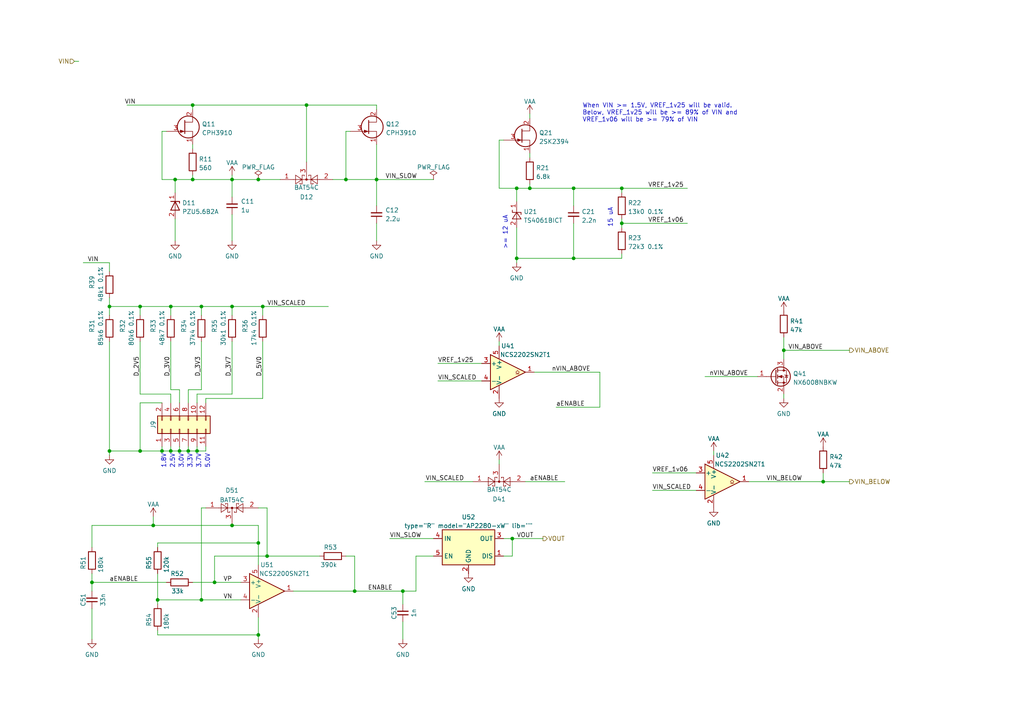
<source format=kicad_sch>
(kicad_sch (version 20211123) (generator eeschema)
  (paper "A4")
  (lib_symbols
    (symbol "AA-OSA-Basic:2SK2394" (pin_names (offset 0) hide)
      (property "Reference" "Q" (at 5.08 1.27 0))
      (property "Value" "2SK2394" (at 5.08 -1.27 0))
      (symbol "2SK2394_0_1"
        (polyline (pts (xy 0.254 1.905) (xy 0.254 -1.905) (xy 0.254 -1.905)) (stroke (width 0.254)))
        (polyline (pts (xy 2.54 -2.54) (xy 2.54 -1.27) (xy 0.254 -1.27)))
        (polyline (pts (xy 2.54 2.54) (xy 2.54 1.397) (xy 0.254 1.397)))
        (polyline (pts (xy 0 -1.27) (xy -1.016 -0.889) (xy -1.016 -1.651) (xy 0 -1.27)) (fill (type outline)))
        (circle (center 1.27 0) (radius 3.175) (stroke (width 0.254)))
      )
      (symbol "2SK2394_1_1"
        (pin passive line (at 2.54 -5.08 90) (length 2.54) (name "S") (number "1"))
        (pin passive line (at 2.54 5.08 270) (length 2.54) (name "D") (number "2"))
        (pin input line (at -5.08 -1.27 0) (length 5.334) (name "G") (number "3"))
      )
    )
    (symbol "AA-OSA-Basic:BAT54C" (pin_names (offset 1.016))
      (property "Reference" "D" (at 0.635 -3.81 0))
      (property "Value" "BAT54C" (at -6.35 3.175 0))
      (symbol "BAT54C_0_1"
        (polyline (pts (xy -1.905 0) (xy 1.905 0)))
        (polyline (pts (xy -1.905 1.27) (xy -1.905 1.016)))
        (polyline (pts (xy -1.27 -1.27) (xy -0.635 -1.27)))
        (polyline (pts (xy -1.27 0) (xy -3.81 0)))
        (polyline (pts (xy -1.27 1.27) (xy -1.905 1.27)))
        (polyline (pts (xy -1.27 1.27) (xy -1.27 -1.27)))
        (polyline (pts (xy -0.635 -1.27) (xy -0.635 -1.016)))
        (polyline (pts (xy 0.635 -1.27) (xy 0.635 -1.016)))
        (polyline (pts (xy 1.27 -1.27) (xy 0.635 -1.27)))
        (polyline (pts (xy 1.27 1.27) (xy 1.27 -1.27)))
        (polyline (pts (xy 1.27 1.27) (xy 1.905 1.27)))
        (polyline (pts (xy 1.905 1.27) (xy 1.905 1.016)))
        (polyline (pts (xy 3.81 0) (xy 1.27 0)))
        (polyline (pts (xy -3.175 -1.27) (xy -3.175 1.27) (xy -1.27 0) (xy -3.175 -1.27)))
        (polyline (pts (xy 3.175 -1.27) (xy 3.175 1.27) (xy 1.27 0) (xy 3.175 -1.27)))
        (circle (center 0 0) (radius 0.254) (fill (type outline)))
      )
      (symbol "BAT54C_1_1"
        (pin passive line (at -7.62 0 0) (length 3.81) (name "~") (number "1"))
        (pin passive line (at 7.62 0 180) (length 3.81) (name "~") (number "2"))
        (pin passive line (at 0 -5.08 90) (length 5.08) (name "~") (number "3"))
      )
    )
    (symbol "AA-OSA-Basic:CPH3910" (pin_names (offset 0) hide)
      (property "Reference" "Q" (at 5.08 1.27 0))
      (property "Value" "CPH3910" (at 5.08 -1.27 0))
      (symbol "CPH3910_0_1"
        (polyline (pts (xy 0.254 1.905) (xy 0.254 -1.905) (xy 0.254 -1.905)) (stroke (width 0.254)))
        (polyline (pts (xy 2.54 -2.54) (xy 2.54 -1.27) (xy 0.254 -1.27)))
        (polyline (pts (xy 2.54 2.54) (xy 2.54 1.397) (xy 0.254 1.397)))
        (polyline (pts (xy 0 -1.27) (xy -1.016 -0.889) (xy -1.016 -1.651) (xy 0 -1.27)) (fill (type outline)))
        (circle (center 1.27 0) (radius 3.175) (stroke (width 0.254)))
      )
      (symbol "CPH3910_1_1"
        (pin passive line (at 2.54 -5.08 90) (length 2.54) (name "S") (number "1"))
        (pin passive line (at 2.54 5.08 270) (length 2.54) (name "D") (number "2"))
        (pin input line (at -5.08 -1.27 0) (length 5.334) (name "G") (number "3"))
      )
    )
    (symbol "AA-OSA-Basic:NX6008NBKW" (pin_names hide)
      (property "Reference" "Q" (at 5.08 1.905 0))
      (property "Value" "NX6008NBKW" (at 5.08 0 0))
      (symbol "NX6008NBKW_0_1"
        (polyline (pts (xy 0.254 0) (xy -2.54 0)))
        (polyline (pts (xy 0.254 1.905) (xy 0.254 -1.905)) (stroke (width 0.254)))
        (polyline (pts (xy 0.762 -1.27) (xy 0.762 -2.286)) (stroke (width 0.254)))
        (polyline (pts (xy 0.762 0.508) (xy 0.762 -0.508)) (stroke (width 0.254)))
        (polyline (pts (xy 0.762 2.286) (xy 0.762 1.27)) (stroke (width 0.254)))
        (polyline (pts (xy 2.54 2.54) (xy 2.54 1.778)))
        (polyline (pts (xy 2.54 -2.54) (xy 2.54 0) (xy 0.762 0)))
        (polyline (pts (xy 0.762 -1.778) (xy 3.302 -1.778) (xy 3.302 1.778) (xy 0.762 1.778)))
        (polyline (pts (xy 1.016 0) (xy 2.032 0.381) (xy 2.032 -0.381) (xy 1.016 0)) (fill (type outline)))
        (polyline (pts (xy 2.794 0.508) (xy 2.921 0.381) (xy 3.683 0.381) (xy 3.81 0.254)))
        (polyline (pts (xy 3.302 0.381) (xy 2.921 -0.254) (xy 3.683 -0.254) (xy 3.302 0.381)))
        (circle (center 1.651 0) (radius 2.794) (stroke (width 0.254)))
        (circle (center 2.54 -1.778) (radius 0.254) (fill (type outline)))
        (circle (center 2.54 1.778) (radius 0.254) (fill (type outline)))
      )
      (symbol "NX6008NBKW_1_1"
        (pin input line (at -5.08 0 0) (length 2.54) (name "G") (number "1"))
        (pin passive line (at 2.54 -5.08 90) (length 2.54) (name "S") (number "2"))
        (pin passive line (at 2.54 5.08 270) (length 2.54) (name "D") (number "3"))
      )
    )
    (symbol "AA-OSA-Basic:Zener_SOD323" (pin_names (offset 1.016) hide)
      (property "Reference" "D" (at 0 2.54 0))
      (property "Value" "Zener_SOD323" (at 0 -2.54 0))
      (symbol "Zener_SOD323_0_1"
        (polyline (pts (xy 1.27 0) (xy -1.27 0)))
        (polyline (pts (xy -1.27 -1.27) (xy -1.27 1.27) (xy -0.762 1.27)) (stroke (width 0.254)))
        (polyline (pts (xy 1.27 -1.27) (xy 1.27 1.27) (xy -1.27 0) (xy 1.27 -1.27)) (stroke (width 0.254)))
      )
      (symbol "Zener_SOD323_1_1"
        (pin passive line (at -3.81 0 0) (length 2.54) (name "K") (number "1"))
        (pin passive line (at 3.81 0 180) (length 2.54) (name "A") (number "2"))
      )
    )
    (symbol "AA-OSA-Linear:NCS2200SN2T1" (pin_names (offset 0.127))
      (property "Reference" "U" (at 1.27 5.08 0))
      (property "Value" "NCS2200SN2T1" (at 3.81 -5.08 0))
      (symbol "NCS2200SN2T1_0_1"
        (polyline (pts (xy -5.08 5.08) (xy 5.08 0) (xy -5.08 -5.08) (xy -5.08 5.08)) (stroke (width 0.254)) (fill (type background)))
      )
      (symbol "NCS2200SN2T1_1_1"
        (pin open_collector line (at 7.62 0 180) (length 2.54) (name "~") (number "1"))
        (pin power_in line (at -2.54 -7.62 90) (length 3.81) (name "V-") (number "2"))
        (pin input line (at -7.62 2.54 0) (length 2.54) (name "+") (number "3"))
        (pin input line (at -7.62 -2.54 0) (length 2.54) (name "-") (number "4"))
        (pin power_in line (at -2.54 7.62 270) (length 3.81) (name "V+") (number "5"))
      )
    )
    (symbol "AA-OSA-Linear:NCS2202SN2T1" (pin_names (offset 0.127))
      (property "Reference" "U" (at 1.27 5.08 0))
      (property "Value" "NCS2202SN2T1" (at 3.81 -5.08 0))
      (symbol "NCS2202SN2T1_0_1"
        (polyline (pts (xy -5.08 5.08) (xy 5.08 0) (xy -5.08 -5.08) (xy -5.08 5.08)) (stroke (width 0.254)) (fill (type background)))
        (polyline (pts (xy 3.302 -0.508) (xy 2.794 -0.508) (xy 3.302 0) (xy 2.794 0.508) (xy 2.286 0) (xy 2.794 -0.508) (xy 2.286 -0.508)) (stroke (width 0.127)))
      )
      (symbol "NCS2202SN2T1_1_1"
        (pin open_collector line (at 7.62 0 180) (length 2.54) (name "~") (number "1"))
        (pin power_in line (at -2.54 -7.62 90) (length 3.81) (name "V-") (number "2"))
        (pin input line (at -7.62 2.54 0) (length 2.54) (name "+") (number "3"))
        (pin input line (at -7.62 -2.54 0) (length 2.54) (name "-") (number "4"))
        (pin power_in line (at -2.54 7.62 270) (length 3.81) (name "V+") (number "5"))
      )
    )
    (symbol "AA-OSA-Linear:TS4061BICT" (pin_names (offset 0.0254) hide)
      (property "Reference" "U" (at 0 2.54 0))
      (property "Value" "TS4061BICT" (at 0 -3.175 0))
      (symbol "TS4061BICT_0_1"
        (polyline (pts (xy -1.27 0) (xy 0 0) (xy 1.27 0)))
        (polyline (pts (xy -1.27 -1.27) (xy 0.635 0) (xy -1.27 1.27) (xy -1.27 -1.27)) (stroke (width 0.2032)))
        (polyline (pts (xy 0 -1.27) (xy 0.635 -1.27) (xy 0.635 1.27) (xy 1.27 1.27)) (stroke (width 0.2032)))
      )
      (symbol "TS4061BICT_1_1"
        (pin passive line (at 3.81 0 180) (length 2.54) (name "K") (number "1"))
        (pin passive line (at -3.81 0 0) (length 2.54) (name "A") (number "2"))
        (pin no_connect line (at -1.27 2.54 270) (length 2.54) hide (name "NC") (number "3"))
      )
    )
    (symbol "AA-OSA-Power:AP2280-xW"
      (property "Reference" "U" (at -7.62 -6.35 0))
      (property "Value" "AP2280-xW" (at -7.62 6.35 0))
      (symbol "AP2280-xW_0_1"
        (rectangle (start -7.62 5.08) (end 7.62 -5.08) (stroke (width 0.254)) (fill (type background)))
      )
      (symbol "AP2280-xW_1_1"
        (pin open_collector line (at 10.16 -2.54 180) (length 2.54) (name "DIS") (number "1"))
        (pin power_in line (at 0 -7.62 90) (length 2.54) (name "GND") (number "2"))
        (pin power_out line (at 10.16 2.54 180) (length 2.54) (name "OUT") (number "3"))
        (pin power_in line (at -10.16 2.54 0) (length 2.54) (name "IN") (number "4"))
        (pin input line (at -10.16 -2.54 0) (length 2.54) (name "EN") (number "5"))
      )
    )
    (symbol "Connector_Generic:Conn_02x06_Odd_Even" (pin_names (offset 1.016) hide)
      (property "Reference" "J" (at 1.27 7.62 0))
      (property "Value" "Conn_02x06_Odd_Even" (at 1.27 -10.16 0))
      (symbol "Conn_02x06_Odd_Even_1_1"
        (rectangle (start -1.27 -7.493) (end 0 -7.747) (stroke (width 0.1524)))
        (rectangle (start -1.27 -4.953) (end 0 -5.207) (stroke (width 0.1524)))
        (rectangle (start -1.27 -2.413) (end 0 -2.667) (stroke (width 0.1524)))
        (rectangle (start -1.27 0.127) (end 0 -0.127) (stroke (width 0.1524)))
        (rectangle (start -1.27 2.667) (end 0 2.413) (stroke (width 0.1524)))
        (rectangle (start -1.27 5.207) (end 0 4.953) (stroke (width 0.1524)))
        (rectangle (start -1.27 6.35) (end 3.81 -8.89) (stroke (width 0.254)) (fill (type background)))
        (rectangle (start 3.81 -7.493) (end 2.54 -7.747) (stroke (width 0.1524)))
        (rectangle (start 3.81 -4.953) (end 2.54 -5.207) (stroke (width 0.1524)))
        (rectangle (start 3.81 -2.413) (end 2.54 -2.667) (stroke (width 0.1524)))
        (rectangle (start 3.81 0.127) (end 2.54 -0.127) (stroke (width 0.1524)))
        (rectangle (start 3.81 2.667) (end 2.54 2.413) (stroke (width 0.1524)))
        (rectangle (start 3.81 5.207) (end 2.54 4.953) (stroke (width 0.1524)))
        (pin passive line (at -5.08 5.08 0) (length 3.81) (name "Pin_1") (number "1"))
        (pin passive line (at 7.62 -5.08 180) (length 3.81) (name "Pin_10") (number "10"))
        (pin passive line (at -5.08 -7.62 0) (length 3.81) (name "Pin_11") (number "11"))
        (pin passive line (at 7.62 -7.62 180) (length 3.81) (name "Pin_12") (number "12"))
        (pin passive line (at 7.62 5.08 180) (length 3.81) (name "Pin_2") (number "2"))
        (pin passive line (at -5.08 2.54 0) (length 3.81) (name "Pin_3") (number "3"))
        (pin passive line (at 7.62 2.54 180) (length 3.81) (name "Pin_4") (number "4"))
        (pin passive line (at -5.08 0 0) (length 3.81) (name "Pin_5") (number "5"))
        (pin passive line (at 7.62 0 180) (length 3.81) (name "Pin_6") (number "6"))
        (pin passive line (at -5.08 -2.54 0) (length 3.81) (name "Pin_7") (number "7"))
        (pin passive line (at 7.62 -2.54 180) (length 3.81) (name "Pin_8") (number "8"))
        (pin passive line (at -5.08 -5.08 0) (length 3.81) (name "Pin_9") (number "9"))
      )
    )
    (symbol "Device:C_Small" (pin_numbers hide) (pin_names (offset 0.254) hide)
      (property "Reference" "C" (at 0.254 1.778 0))
      (property "Value" "C_Small" (at 0.254 -2.032 0))
      (symbol "C_Small_0_1"
        (polyline (pts (xy -1.524 -0.508) (xy 1.524 -0.508)) (stroke (width 0.3302)))
        (polyline (pts (xy -1.524 0.508) (xy 1.524 0.508)) (stroke (width 0.3048)))
      )
      (symbol "C_Small_1_1"
        (pin passive line (at 0 2.54 270) (length 2.032) (name "~") (number "1"))
        (pin passive line (at 0 -2.54 90) (length 2.032) (name "~") (number "2"))
      )
    )
    (symbol "Device:R" (pin_numbers hide) (pin_names (offset 0))
      (property "Reference" "R" (at 2.032 0 90))
      (property "Value" "R" (at 0 0 90))
      (symbol "R_0_1"
        (rectangle (start -1.016 -2.54) (end 1.016 2.54) (stroke (width 0.254)))
      )
      (symbol "R_1_1"
        (pin passive line (at 0 3.81 270) (length 1.27) (name "~") (number "1"))
        (pin passive line (at 0 -3.81 90) (length 1.27) (name "~") (number "2"))
      )
    )
    (symbol "power:GND" (power) (pin_names (offset 0))
      (property "Value" "GND" (at 0 -3.81 0))
      (symbol "GND_0_1"
        (polyline (pts (xy 0 0) (xy 0 -1.27) (xy 1.27 -1.27) (xy 0 -2.54) (xy -1.27 -1.27) (xy 0 -1.27)))
      )
      (symbol "GND_1_1"
        (pin power_in line (at 0 0 270) (length 0) hide (name "GND") (number "1"))
      )
    )
    (symbol "power:PWR_FLAG" (power) (pin_numbers hide) (pin_names (offset 0) hide)
      (property "Value" "PWR_FLAG" (at 0 3.81 0))
      (symbol "PWR_FLAG_0_0"
        (pin power_out line (at 0 0 90) (length 0) (name "pwr") (number "1"))
      )
      (symbol "PWR_FLAG_0_1"
        (polyline (pts (xy 0 0) (xy 0 1.27) (xy -1.016 1.905) (xy 0 2.54) (xy 1.016 1.905) (xy 0 1.27)))
      )
    )
    (symbol "power:VAA" (power) (pin_names (offset 0))
      (property "Value" "VAA" (at 0 3.81 0))
      (symbol "VAA_0_1"
        (polyline (pts (xy -0.762 1.27) (xy 0 2.54)))
        (polyline (pts (xy 0 0) (xy 0 2.54)))
        (polyline (pts (xy 0 2.54) (xy 0.762 1.27)))
      )
      (symbol "VAA_1_1"
        (pin power_in line (at 0 0 90) (length 0) hide (name "VAA") (number "1"))
      )
    )
  )
  (junction (at 67.31 88.9))
  (junction (at 58.42 88.9))
  (junction (at 58.42 173.99))
  (junction (at 88.9 30.48))
  (junction (at 55.88 30.48))
  (junction (at 100.33 52.07))
  (junction (at 40.64 88.9))
  (junction (at 238.76 139.7))
  (junction (at 40.64 130.81))
  (junction (at 62.23 168.91))
  (junction (at 180.34 54.61))
  (junction (at 49.53 130.81))
  (junction (at 46.99 130.81))
  (junction (at 57.15 130.81))
  (junction (at 44.45 152.4))
  (junction (at 31.75 88.9))
  (junction (at 55.88 52.07))
  (junction (at 227.33 101.6))
  (junction (at 54.61 130.81))
  (junction (at 76.2 88.9))
  (junction (at 180.34 64.77))
  (junction (at 31.75 130.81))
  (junction (at 149.86 74.93))
  (junction (at 102.87 171.45))
  (junction (at 149.86 54.61))
  (junction (at 74.93 184.15))
  (junction (at 166.37 74.93))
  (junction (at 52.07 130.81))
  (junction (at 153.67 54.61))
  (junction (at 50.8 52.07))
  (junction (at 74.93 157.48))
  (junction (at 67.31 52.07))
  (junction (at 77.47 161.29))
  (junction (at 45.72 173.99))
  (junction (at 74.93 52.07))
  (junction (at 166.37 54.61))
  (junction (at 116.84 171.45))
  (junction (at 26.67 168.91))
  (junction (at 49.53 88.9))
  (junction (at 67.31 152.4))
  (junction (at 148.59 156.21))
  (junction (at 109.22 52.07))
  (wire (pts (xy 149.86 66.04) (xy 149.86 74.93)))
  (wire (pts (xy 55.88 52.07) (xy 67.31 52.07)))
  (wire (pts (xy 109.22 52.07) (xy 125.73 52.07)))
  (wire (pts (xy 113.03 156.21) (xy 125.73 156.21)))
  (wire (pts (xy 50.8 52.07) (xy 50.8 55.88)))
  (wire (pts (xy 57.15 114.3) (xy 67.31 114.3)))
  (wire (pts (xy 31.75 78.74) (xy 31.75 76.2)))
  (wire (pts (xy 45.72 166.37) (xy 45.72 173.99)))
  (wire (pts (xy 153.67 53.34) (xy 153.67 54.61)))
  (wire (pts (xy 31.75 130.81) (xy 40.64 130.81)))
  (wire (pts (xy 26.67 152.4) (xy 26.67 158.75)))
  (wire (pts (xy 45.72 173.99) (xy 45.72 175.26)))
  (wire (pts (xy 116.84 171.45) (xy 120.65 171.45)))
  (wire (pts (xy 85.09 171.45) (xy 102.87 171.45)))
  (wire (pts (xy 102.87 171.45) (xy 116.84 171.45)))
  (wire (pts (xy 100.33 52.07) (xy 109.22 52.07)))
  (wire (pts (xy 77.47 147.32) (xy 74.93 147.32)))
  (wire (pts (xy 180.34 73.66) (xy 180.34 74.93)))
  (wire (pts (xy 74.93 185.42) (xy 74.93 184.15)))
  (wire (pts (xy 46.99 38.1) (xy 46.99 52.07)))
  (wire (pts (xy 40.64 116.84) (xy 40.64 130.81)))
  (wire (pts (xy 26.67 166.37) (xy 26.67 168.91)))
  (wire (pts (xy 40.64 88.9) (xy 49.53 88.9)))
  (wire (pts (xy 100.33 161.29) (xy 102.87 161.29)))
  (wire (pts (xy 180.34 64.77) (xy 199.39 64.77)))
  (wire (pts (xy 166.37 74.93) (xy 180.34 74.93)))
  (wire (pts (xy 54.61 113.03) (xy 58.42 113.03)))
  (wire (pts (xy 76.2 115.57) (xy 76.2 99.06)))
  (wire (pts (xy 204.47 109.22) (xy 219.71 109.22)))
  (wire (pts (xy 40.64 99.06) (xy 40.64 114.3)))
  (wire (pts (xy 146.05 161.29) (xy 148.59 161.29)))
  (wire (pts (xy 238.76 137.16) (xy 238.76 139.7)))
  (wire (pts (xy 74.93 157.48) (xy 74.93 163.83)))
  (wire (pts (xy 76.2 88.9) (xy 95.25 88.9)))
  (wire (pts (xy 166.37 64.77) (xy 166.37 74.93)))
  (wire (pts (xy 127 110.49) (xy 139.7 110.49)))
  (wire (pts (xy 148.59 156.21) (xy 148.59 161.29)))
  (wire (pts (xy 180.34 63.5) (xy 180.34 64.77)))
  (wire (pts (xy 120.65 171.45) (xy 120.65 161.29)))
  (wire (pts (xy 49.53 130.81) (xy 46.99 130.81)))
  (wire (pts (xy 161.29 118.11) (xy 173.99 118.11)))
  (wire (pts (xy 40.64 130.81) (xy 46.99 130.81)))
  (wire (pts (xy 31.75 88.9) (xy 31.75 91.44)))
  (wire (pts (xy 58.42 88.9) (xy 58.42 91.44)))
  (wire (pts (xy 77.47 147.32) (xy 77.47 161.29)))
  (wire (pts (xy 52.07 113.03) (xy 52.07 116.84)))
  (wire (pts (xy 144.78 99.06) (xy 144.78 100.33)))
  (wire (pts (xy 24.13 76.2) (xy 31.75 76.2)))
  (wire (pts (xy 40.64 88.9) (xy 40.64 91.44)))
  (wire (pts (xy 67.31 152.4) (xy 74.93 152.4)))
  (wire (pts (xy 55.88 50.8) (xy 55.88 52.07)))
  (wire (pts (xy 116.84 185.42) (xy 116.84 180.34)))
  (wire (pts (xy 49.53 88.9) (xy 49.53 91.44)))
  (wire (pts (xy 59.69 115.57) (xy 76.2 115.57)))
  (wire (pts (xy 58.42 147.32) (xy 59.69 147.32)))
  (wire (pts (xy 54.61 130.81) (xy 52.07 130.81)))
  (wire (pts (xy 59.69 116.84) (xy 59.69 115.57)))
  (wire (pts (xy 40.64 114.3) (xy 49.53 114.3)))
  (wire (pts (xy 57.15 130.81) (xy 54.61 130.81)))
  (wire (pts (xy 55.88 41.91) (xy 55.88 43.18)))
  (wire (pts (xy 146.05 156.21) (xy 148.59 156.21)))
  (wire (pts (xy 227.33 97.79) (xy 227.33 101.6)))
  (wire (pts (xy 45.72 158.75) (xy 45.72 157.48)))
  (wire (pts (xy 54.61 116.84) (xy 54.61 113.03)))
  (wire (pts (xy 120.65 161.29) (xy 125.73 161.29)))
  (wire (pts (xy 44.45 152.4) (xy 67.31 152.4)))
  (wire (pts (xy 109.22 31.75) (xy 109.22 30.48)))
  (wire (pts (xy 58.42 88.9) (xy 67.31 88.9)))
  (wire (pts (xy 109.22 52.07) (xy 109.22 59.69)))
  (wire (pts (xy 127 105.41) (xy 139.7 105.41)))
  (wire (pts (xy 55.88 30.48) (xy 88.9 30.48)))
  (wire (pts (xy 149.86 74.93) (xy 149.86 76.2)))
  (wire (pts (xy 46.99 130.81) (xy 46.99 129.54)))
  (wire (pts (xy 81.28 52.07) (xy 74.93 52.07)))
  (wire (pts (xy 55.88 30.48) (xy 55.88 31.75)))
  (wire (pts (xy 180.34 64.77) (xy 180.34 66.04)))
  (wire (pts (xy 62.23 161.29) (xy 77.47 161.29)))
  (wire (pts (xy 52.07 130.81) (xy 49.53 130.81)))
  (wire (pts (xy 46.99 116.84) (xy 40.64 116.84)))
  (wire (pts (xy 45.72 182.88) (xy 45.72 184.15)))
  (wire (pts (xy 36.83 30.48) (xy 55.88 30.48)))
  (wire (pts (xy 26.67 152.4) (xy 44.45 152.4)))
  (wire (pts (xy 144.78 133.35) (xy 144.78 134.62)))
  (wire (pts (xy 26.67 168.91) (xy 26.67 171.45)))
  (wire (pts (xy 149.86 54.61) (xy 149.86 58.42)))
  (wire (pts (xy 59.69 130.81) (xy 57.15 130.81)))
  (wire (pts (xy 77.47 161.29) (xy 92.71 161.29)))
  (wire (pts (xy 44.45 149.86) (xy 44.45 152.4)))
  (wire (pts (xy 109.22 41.91) (xy 109.22 52.07)))
  (wire (pts (xy 116.84 171.45) (xy 116.84 175.26)))
  (wire (pts (xy 88.9 46.99) (xy 88.9 30.48)))
  (wire (pts (xy 59.69 129.54) (xy 59.69 130.81)))
  (wire (pts (xy 31.75 86.36) (xy 31.75 88.9)))
  (wire (pts (xy 31.75 88.9) (xy 40.64 88.9)))
  (wire (pts (xy 152.4 139.7) (xy 163.83 139.7)))
  (wire (pts (xy 67.31 52.07) (xy 67.31 57.15)))
  (wire (pts (xy 52.07 129.54) (xy 52.07 130.81)))
  (wire (pts (xy 149.86 54.61) (xy 153.67 54.61)))
  (wire (pts (xy 31.75 130.81) (xy 31.75 132.08)))
  (wire (pts (xy 144.78 54.61) (xy 149.86 54.61)))
  (wire (pts (xy 49.53 116.84) (xy 49.53 114.3)))
  (wire (pts (xy 67.31 52.07) (xy 67.31 50.8)))
  (wire (pts (xy 154.94 107.95) (xy 173.99 107.95)))
  (wire (pts (xy 26.67 185.42) (xy 26.67 176.53)))
  (wire (pts (xy 207.01 130.81) (xy 207.01 132.08)))
  (wire (pts (xy 144.78 40.64) (xy 146.05 40.64)))
  (wire (pts (xy 58.42 113.03) (xy 58.42 99.06)))
  (wire (pts (xy 227.33 115.57) (xy 227.33 114.3)))
  (wire (pts (xy 149.86 74.93) (xy 166.37 74.93)))
  (wire (pts (xy 74.93 179.07) (xy 74.93 184.15)))
  (wire (pts (xy 96.52 52.07) (xy 100.33 52.07)))
  (wire (pts (xy 49.53 113.03) (xy 52.07 113.03)))
  (wire (pts (xy 123.19 139.7) (xy 137.16 139.7)))
  (wire (pts (xy 189.23 137.16) (xy 201.93 137.16)))
  (wire (pts (xy 50.8 52.07) (xy 55.88 52.07)))
  (wire (pts (xy 180.34 54.61) (xy 199.39 54.61)))
  (wire (pts (xy 45.72 173.99) (xy 58.42 173.99)))
  (wire (pts (xy 148.59 156.21) (xy 157.48 156.21)))
  (wire (pts (xy 153.67 33.02) (xy 153.67 34.29)))
  (wire (pts (xy 88.9 30.48) (xy 109.22 30.48)))
  (wire (pts (xy 76.2 88.9) (xy 76.2 91.44)))
  (wire (pts (xy 67.31 88.9) (xy 67.31 91.44)))
  (wire (pts (xy 55.88 168.91) (xy 62.23 168.91)))
  (wire (pts (xy 50.8 69.85) (xy 50.8 63.5)))
  (wire (pts (xy 180.34 54.61) (xy 180.34 55.88)))
  (wire (pts (xy 49.53 99.06) (xy 49.53 113.03)))
  (wire (pts (xy 62.23 161.29) (xy 62.23 168.91)))
  (wire (pts (xy 58.42 173.99) (xy 69.85 173.99)))
  (wire (pts (xy 238.76 139.7) (xy 246.38 139.7)))
  (wire (pts (xy 62.23 168.91) (xy 69.85 168.91)))
  (wire (pts (xy 227.33 101.6) (xy 227.33 104.14)))
  (wire (pts (xy 166.37 54.61) (xy 166.37 59.69)))
  (wire (pts (xy 74.93 152.4) (xy 74.93 157.48)))
  (wire (pts (xy 227.33 101.6) (xy 246.38 101.6)))
  (wire (pts (xy 26.67 168.91) (xy 48.26 168.91)))
  (wire (pts (xy 21.59 17.78) (xy 22.86 17.78)))
  (wire (pts (xy 67.31 88.9) (xy 76.2 88.9)))
  (wire (pts (xy 57.15 129.54) (xy 57.15 130.81)))
  (wire (pts (xy 100.33 38.1) (xy 101.6 38.1)))
  (wire (pts (xy 166.37 54.61) (xy 180.34 54.61)))
  (wire (pts (xy 74.93 52.07) (xy 67.31 52.07)))
  (wire (pts (xy 217.17 139.7) (xy 238.76 139.7)))
  (wire (pts (xy 67.31 69.85) (xy 67.31 62.23)))
  (wire (pts (xy 31.75 99.06) (xy 31.75 130.81)))
  (wire (pts (xy 58.42 147.32) (xy 58.42 173.99)))
  (wire (pts (xy 173.99 107.95) (xy 173.99 118.11)))
  (wire (pts (xy 144.78 40.64) (xy 144.78 54.61)))
  (wire (pts (xy 46.99 38.1) (xy 48.26 38.1)))
  (wire (pts (xy 153.67 54.61) (xy 166.37 54.61)))
  (wire (pts (xy 109.22 64.77) (xy 109.22 69.85)))
  (wire (pts (xy 46.99 52.07) (xy 50.8 52.07)))
  (wire (pts (xy 45.72 157.48) (xy 74.93 157.48)))
  (wire (pts (xy 153.67 44.45) (xy 153.67 45.72)))
  (wire (pts (xy 49.53 129.54) (xy 49.53 130.81)))
  (wire (pts (xy 67.31 114.3) (xy 67.31 99.06)))
  (wire (pts (xy 189.23 142.24) (xy 201.93 142.24)))
  (wire (pts (xy 45.72 184.15) (xy 74.93 184.15)))
  (wire (pts (xy 57.15 116.84) (xy 57.15 114.3)))
  (wire (pts (xy 102.87 161.29) (xy 102.87 171.45)))
  (wire (pts (xy 54.61 129.54) (xy 54.61 130.81)))
  (wire (pts (xy 49.53 88.9) (xy 58.42 88.9)))
  (wire (pts (xy 100.33 38.1) (xy 100.33 52.07)))
  (text "15 uA" (at 177.8 66.04 90) (effects (font (size 1.27 1.27)) (justify left bottom)))
  (text "3.7V" (at 58.42 135.89 90) (effects (font (size 1.27 1.27)) (justify left bottom)))
  (text "When VIN >= 1.5V, VREF_1v25 will be valid.\nBelow, VREF_1v25 will be >= 89% of VIN and\nVREF_1v06 will be >= 79% of VIN" (at 168.91 35.56 0) (effects (font (size 1.27 1.27)) (justify left bottom)))
  (text "2.5V" (at 50.8 135.89 90) (effects (font (size 1.27 1.27)) (justify left bottom)))
  (text "3.0V" (at 53.34 135.89 90) (effects (font (size 1.27 1.27)) (justify left bottom)))
  (text "1.8V" (at 48.26 135.89 90) (effects (font (size 1.27 1.27)) (justify left bottom)))
  (text ">= 12 uA" (at 147.32 72.39 90) (effects (font (size 1.27 1.27)) (justify left bottom)))
  (text "5.0V" (at 60.96 135.89 90) (effects (font (size 1.27 1.27)) (justify left bottom)))
  (text "3.3V" (at 55.88 135.89 90) (effects (font (size 1.27 1.27)) (justify left bottom)))
  (label "VIN" (at 39.37 30.48 180))
  (label "VREF_1v06" (at 187.96 64.77 0))
  (label "ENABLE" (at 106.68 171.45 0))
  (label "VREF_1v25" (at 127 105.41 0))
  (label "VIN_SLOW" (at 111.76 52.07 0))
  (label "D_2V5" (at 40.64 109.22 90))
  (label "VIN_SCALED" (at 134.62 139.7 180))
  (label "nVIN_ABOVE" (at 160.02 107.95 0))
  (label "VREF_1v25" (at 187.96 54.61 0))
  (label "D_5V0" (at 76.2 109.22 90))
  (label "aENABLE" (at 161.29 118.11 0))
  (label "aENABLE" (at 153.67 139.7 0))
  (label "VIN" (at 25.4 76.2 0))
  (label "VIN_SCALED" (at 189.23 142.24 0))
  (label "D_3V0" (at 49.53 109.22 90))
  (label "VP" (at 64.77 168.91 0))
  (label "aENABLE" (at 31.75 168.91 0))
  (label "VIN_SLOW" (at 113.03 156.21 0))
  (label "VIN_BELOW" (at 222.25 139.7 0))
  (label "VIN_ABOVE" (at 228.6 101.6 0))
  (label "VOUT" (at 149.86 156.21 0))
  (label "nVIN_ABOVE" (at 205.74 109.22 0))
  (label "VIN_SCALED" (at 77.47 88.9 0))
  (label "VREF_1v06" (at 189.23 137.16 0))
  (label "VIN_SCALED" (at 127 110.49 0))
  (label "D_3V3" (at 58.42 109.22 90))
  (label "VN" (at 64.77 173.99 0))
  (label "D_3V7" (at 67.31 109.22 90))
  (hierarchical_label "VIN_ABOVE" (shape output) (at 246.38 101.6 0))
  (hierarchical_label "VIN_BELOW" (shape output) (at 246.38 139.7 0))
  (hierarchical_label "VOUT" (shape output) (at 157.48 156.21 0))
  (hierarchical_label "VIN" (shape input) (at 21.59 17.78 180))
  (symbol (lib_id "Device:C_Small") (at 116.84 177.8 0) (mirror x) (unit 1)
    (property "Reference" "C53" (at 114.3 177.8 90))
    (property "Value" "1n" (at 120.015 177.8 90))
    (property "Footprint" "Capacitor_SMD:C_0805_2012Metric_Pad1.18x1.45mm_HandSolder" (effects hide))
    (property "Spice_Netlist_Enabled" "Y" (effects hide))
  )
  (symbol (lib_id "AA-OSA-Basic:BAT54C") (at 88.9 52.07 0) (mirror x) (unit 1)
    (property "Reference" "D12" (at 88.9 57.15 0))
    (property "Value" "BAT54C" (at 88.9 54.3759 0))
    (property "Footprint" "AA-OSA-Packages:SOT-23_Handsoldering" (effects hide))
    (property "Datasheet" "http://www.diodes.com/_files/datasheets/ds11005.pdf" (effects hide))
    (property "Spice_Primitive" "X" (effects hide))
    (property "Spice_Model" "BAT54C" (effects hide))
    (property "Spice_Lib_File" "/Users/osa/ELEC/libs/Spice/AA-osa-Diode.pspice" (effects hide))
  )
  (symbol (lib_id "power:VAA") (at 67.31 50.8 0) (unit 1)
    (property "Reference" "#PWR016" (effects hide))
    (property "Value" "VAA" (at 67.31 47.2242 0))
  )
  (symbol (lib_id "Device:R") (at 55.88 46.99 180) (unit 1)
    (property "Reference" "R11" (at 57.658 46.1553 0) (effects (justify right)))
    (property "Value" "560" (at 57.658 48.6922 0) (effects (justify right)))
    (property "Footprint" "Resistor_SMD:R_0805_2012Metric_Pad1.20x1.40mm_HandSolder" (effects hide))
  )
  (symbol (lib_id "Device:R") (at 180.34 59.69 0) (unit 1)
    (property "Reference" "R22" (at 182.118 58.8553 0) (effects (justify left)))
    (property "Value" "13k0 0.1%" (at 182.118 61.3922 0) (effects (justify left)))
    (property "Footprint" "Resistor_SMD:R_0805_2012Metric_Pad1.20x1.40mm_HandSolder" (effects hide))
    (property "Spice_Primitive" "R" (effects hide))
    (property "Spice_Model" "13k" (effects hide))
    (property "Spice_Netlist_Enabled" "Y" (effects hide))
  )
  (symbol (lib_id "power:VAA") (at 144.78 133.35 0) (unit 1)
    (property "Reference" "#PWR014" (effects hide))
    (property "Value" "VAA" (at 144.78 129.7742 0))
  )
  (symbol (lib_id "Device:C_Small") (at 109.22 62.23 180) (unit 1)
    (property "Reference" "C12" (at 111.76 60.96 0) (effects (justify right)))
    (property "Value" "2.2u" (at 111.76 63.5 0) (effects (justify right)))
    (property "Footprint" "Capacitor_SMD:C_0805_2012Metric_Pad1.18x1.45mm_HandSolder" (effects hide))
  )
  (symbol (lib_id "AA-OSA-Basic:Zener_SOD323") (at 50.8 59.69 270) (unit 1)
    (property "Reference" "D11" (at 52.832 58.8553 90) (effects (justify left)))
    (property "Value" "PZU5.6B2A" (at 52.832 61.3922 90) (effects (justify left)))
    (property "Footprint" "Diode_SMD:D_SOD-323_HandSoldering" (effects hide))
    (property "Spice_Primitive" "D" (effects hide))
    (property "Spice_Model" "PZU5_6B3A" (effects hide))
    (property "Spice_Netlist_Enabled" "Y" (effects hide))
    (property "Spice_Lib_File" "/Users/osa/ELEC/libs/Spice/AA-osa-Zener.pspice" (effects hide))
    (property "Spice_Node_Sequence" "2 1" (effects hide))
  )
  (symbol (lib_id "power:VAA") (at 227.33 90.17 0) (unit 1)
    (property "Reference" "#PWR025" (effects hide))
    (property "Value" "VAA" (at 227.33 86.5942 0))
  )
  (symbol (lib_id "AA-OSA-Linear:TS4061BICT") (at 149.86 62.23 90) (unit 1)
    (property "Reference" "U21" (at 151.8666 61.3953 90) (effects (justify right)))
    (property "Value" "TS4061BICT" (at 151.8666 63.9322 90) (effects (justify right)))
    (property "Footprint" "Package_TO_SOT_SMD:SOT-323_SC-70_Handsoldering" (effects hide))
    (property "Spice_Primitive" "X" (effects hide))
    (property "Spice_Netlist_Enabled" "Y" (effects hide))
    (property "Spice_Model" "TS4061" (effects hide))
    (property "Spice_Lib_File" "/Users/osa/ELEC/libs/Spice/AA-osa-Reference.pspice" (effects hide))
  )
  (symbol (lib_id "power:GND") (at 26.67 185.42 0) (unit 1)
    (property "Reference" "#PWR018" (effects hide))
    (property "Value" "GND" (at 26.67 189.8634 0))
  )
  (symbol (lib_id "Device:R") (at 238.76 133.35 0) (unit 1)
    (property "Reference" "R42" (at 240.538 132.5153 0) (effects (justify left)))
    (property "Value" "47k" (at 240.538 135.0522 0) (effects (justify left)))
    (property "Footprint" "Resistor_SMD:R_0805_2012Metric_Pad1.20x1.40mm_HandSolder" (effects hide))
  )
  (symbol (lib_id "Device:R") (at 76.2 95.25 180) (unit 1)
    (property "Reference" "R36" (at 71.12 96.52 90) (effects (justify right)))
    (property "Value" "17k4 0.1%" (at 73.66 100.33 90) (effects (justify right)))
    (property "Footprint" "Resistor_SMD:R_0805_2012Metric_Pad1.20x1.40mm_HandSolder" (effects hide))
  )
  (symbol (lib_id "Device:C_Small") (at 166.37 62.23 0) (unit 1)
    (property "Reference" "C21" (at 168.6941 61.4016 0) (effects (justify left)))
    (property "Value" "2.2n" (at 168.6941 63.9385 0) (effects (justify left)))
    (property "Footprint" "Capacitor_SMD:C_0805_2012Metric_Pad1.18x1.45mm_HandSolder" (effects hide))
  )
  (symbol (lib_id "power:GND") (at 149.86 76.2 0) (unit 1)
    (property "Reference" "#PWR02" (effects hide))
    (property "Value" "GND" (at 149.86 80.6434 0))
  )
  (symbol (lib_id "power:VAA") (at 44.45 149.86 0) (unit 1)
    (property "Reference" "#PWR021" (effects hide))
    (property "Value" "VAA" (at 44.45 146.2842 0))
  )
  (symbol (lib_id "Device:R") (at 26.67 162.56 0) (unit 1)
    (property "Reference" "R51" (at 24.13 161.29 90) (effects (justify right)))
    (property "Value" "180k" (at 29.21 161.29 90) (effects (justify right)))
    (property "Footprint" "Resistor_SMD:R_0805_2012Metric_Pad1.20x1.40mm_HandSolder" (effects hide))
  )
  (symbol (lib_id "Device:R") (at 45.72 179.07 0) (unit 1)
    (property "Reference" "R54" (at 43.18 177.8 90) (effects (justify right)))
    (property "Value" "180k" (at 48.26 177.8 90) (effects (justify right)))
    (property "Footprint" "Resistor_SMD:R_0805_2012Metric_Pad1.20x1.40mm_HandSolder" (effects hide))
  )
  (symbol (lib_id "power:VAA") (at 207.01 130.81 0) (unit 1)
    (property "Reference" "#PWR033" (effects hide))
    (property "Value" "VAA" (at 207.01 127.2342 0))
  )
  (symbol (lib_id "Device:R") (at 67.31 95.25 180) (unit 1)
    (property "Reference" "R35" (at 62.23 96.52 90) (effects (justify right)))
    (property "Value" "30k1 0.1%" (at 64.77 100.33 90) (effects (justify right)))
    (property "Footprint" "Resistor_SMD:R_0805_2012Metric_Pad1.20x1.40mm_HandSolder" (effects hide))
  )
  (symbol (lib_id "power:VAA") (at 144.78 99.06 0) (unit 1)
    (property "Reference" "#PWR011" (effects hide))
    (property "Value" "VAA" (at 144.78 95.4842 0))
  )
  (symbol (lib_id "power:GND") (at 31.75 132.08 0) (unit 1)
    (property "Reference" "#PWR046" (effects hide))
    (property "Value" "GND" (at 31.75 136.5234 0))
  )
  (symbol (lib_id "power:GND") (at 207.01 147.32 0) (unit 1)
    (property "Reference" "#PWR024" (effects hide))
    (property "Value" "GND" (at 207.01 151.7634 0))
  )
  (symbol (lib_id "Device:R") (at 52.07 168.91 270) (unit 1)
    (property "Reference" "R52" (at 53.34 166.37 90) (effects (justify right)))
    (property "Value" "33k" (at 53.34 171.45 90) (effects (justify right)))
    (property "Footprint" "Resistor_SMD:R_0805_2012Metric_Pad1.20x1.40mm_HandSolder" (effects hide))
  )
  (symbol (lib_id "AA-OSA-Basic:2SK2394") (at 151.13 39.37 0) (unit 1)
    (property "Reference" "Q21" (at 156.337 38.5353 0) (effects (justify left)))
    (property "Value" "2SK2394" (at 156.337 41.0722 0) (effects (justify left)))
    (property "Footprint" "AA-OSA-Packages:SOT-23_Handsoldering" (effects hide))
    (property "Datasheet" "https://www.onsemi.com/pdf/datasheet/2sk2394-d.pdf" (effects hide))
    (property "Spice_Primitive" "X" (effects hide))
    (property "Spice_Model" "2SK2394CP7" (effects hide))
    (property "Spice_Netlist_Enabled" "Y" (effects hide))
    (property "Spice_Lib_File" "/Users/osa/ELEC/libs/Spice/AA-osa-JfetN.pspice" (effects hide))
  )
  (symbol (lib_id "Device:C_Small") (at 26.67 173.99 0) (mirror x) (unit 1)
    (property "Reference" "C51" (at 24.13 173.99 90))
    (property "Value" "33n" (at 29.845 173.99 90))
    (property "Footprint" "Capacitor_SMD:C_0805_2012Metric_Pad1.18x1.45mm_HandSolder" (effects hide))
  )
  (symbol (lib_id "power:GND") (at 74.93 185.42 0) (unit 1)
    (property "Reference" "#PWR012" (effects hide))
    (property "Value" "GND" (at 74.93 189.8634 0))
  )
  (symbol (lib_id "Device:R") (at 180.34 69.85 0) (unit 1)
    (property "Reference" "R23" (at 182.118 69.0153 0) (effects (justify left)))
    (property "Value" "72k3 0.1%" (at 182.118 71.5522 0) (effects (justify left)))
    (property "Footprint" "Resistor_SMD:R_0805_2012Metric_Pad1.20x1.40mm_HandSolder" (effects hide))
    (property "Spice_Primitive" "R" (effects hide))
    (property "Spice_Model" "72.3k" (effects hide))
    (property "Spice_Netlist_Enabled" "Y" (effects hide))
  )
  (symbol (lib_id "AA-OSA-Basic:CPH3910") (at 106.68 36.83 0) (unit 1)
    (property "Reference" "Q12" (at 111.887 35.9953 0) (effects (justify left)))
    (property "Value" "CPH3910" (at 111.887 38.5322 0) (effects (justify left)))
    (property "Footprint" "AA-OSA-Packages:SOT-23_Handsoldering" (effects hide))
    (property "Datasheet" "https://www.onsemi.com/download/data-sheet/pdf/cph3910-d.pdf" (effects hide))
    (property "Spice_Primitive" "X" (effects hide))
    (property "Spice_Model" "CPH3910" (effects hide))
    (property "Spice_Netlist_Enabled" "Y" (effects hide))
    (property "Spice_Lib_File" "/Users/osa/ELEC/libs/Spice/AA-osa-JfetN.pspice" (effects hide))
  )
  (symbol (lib_id "Device:R") (at 40.64 95.25 180) (unit 1)
    (property "Reference" "R32" (at 35.56 96.52 90) (effects (justify right)))
    (property "Value" "80k6 0.1%" (at 38.1 100.33 90) (effects (justify right)))
    (property "Footprint" "Resistor_SMD:R_0805_2012Metric_Pad1.20x1.40mm_HandSolder" (effects hide))
  )
  (symbol (lib_id "power:VAA") (at 153.67 33.02 0) (unit 1)
    (property "Reference" "#PWR07" (effects hide))
    (property "Value" "VAA" (at 153.67 29.4442 0))
  )
  (symbol (lib_id "Device:R") (at 31.75 82.55 180) (unit 1)
    (property "Reference" "R39" (at 26.67 83.82 90) (effects (justify right)))
    (property "Value" "48k1 0.1%" (at 29.21 87.63 90) (effects (justify right)))
    (property "Footprint" "Resistor_SMD:R_0805_2012Metric_Pad1.20x1.40mm_HandSolder" (effects hide))
  )
  (symbol (lib_id "power:PWR_FLAG") (at 125.73 52.07 0) (unit 1)
    (property "Reference" "#FLG03" (effects hide))
    (property "Value" "PWR_FLAG" (at 125.73 48.4942 0))
  )
  (symbol (lib_id "power:GND") (at 144.78 115.57 0) (unit 1)
    (property "Reference" "#PWR015" (effects hide))
    (property "Value" "GND" (at 144.78 120.0134 0))
  )
  (symbol (lib_id "AA-OSA-Linear:NCS2200SN2T1") (at 77.47 171.45 0) (unit 1)
    (property "Reference" "U51" (at 77.47 163.83 0))
    (property "Value" "NCS2200SN2T1" (at 82.55 166.37 0))
    (property "Footprint" "AA-OSA-Packages:SOT-23-5_HandSoldering" (effects hide))
    (property "Datasheet" "http://www.ti.com/lit/ds/symlink/lmv331.pdf" (effects hide))
    (property "Spice_Primitive" "X" (effects hide))
    (property "Spice_Model" "NCS2200" (effects hide))
    (property "Spice_Netlist_Enabled" "Y" (effects hide))
    (property "Spice_Lib_File" "/Users/osa/ELEC/libs/Spice/AA-osa-Comparator.pspice" (effects hide))
  )
  (symbol (lib_id "power:GND") (at 109.22 69.85 0) (unit 1)
    (property "Reference" "#PWR022" (effects hide))
    (property "Value" "GND" (at 109.22 74.2934 0))
  )
  (symbol (lib_id "power:GND") (at 227.33 115.57 0) (unit 1)
    (property "Reference" "#PWR026" (effects hide))
    (property "Value" "GND" (at 227.33 120.0134 0))
  )
  (symbol (lib_id "Device:R") (at 49.53 95.25 180) (unit 1)
    (property "Reference" "R33" (at 44.45 96.52 90) (effects (justify right)))
    (property "Value" "48k7 0.1%" (at 46.99 100.33 90) (effects (justify right)))
    (property "Footprint" "Resistor_SMD:R_0805_2012Metric_Pad1.20x1.40mm_HandSolder" (effects hide))
  )
  (symbol (lib_id "Device:C_Small") (at 67.31 59.69 180) (unit 1)
    (property "Reference" "C11" (at 69.85 58.42 0) (effects (justify right)))
    (property "Value" "1u" (at 69.85 60.96 0) (effects (justify right)))
    (property "Footprint" "Capacitor_SMD:C_0805_2012Metric_Pad1.18x1.45mm_HandSolder" (effects hide))
  )
  (symbol (lib_id "Device:R") (at 58.42 95.25 180) (unit 1)
    (property "Reference" "R34" (at 53.34 96.52 90) (effects (justify right)))
    (property "Value" "37k4 0.1%" (at 55.88 100.33 90) (effects (justify right)))
    (property "Footprint" "Resistor_SMD:R_0805_2012Metric_Pad1.20x1.40mm_HandSolder" (effects hide))
  )
  (symbol (lib_id "power:VAA") (at 238.76 129.54 0) (unit 1)
    (property "Reference" "#PWR027" (effects hide))
    (property "Value" "VAA" (at 238.76 125.9642 0))
  )
  (symbol (lib_id "power:GND") (at 67.31 69.85 0) (unit 1)
    (property "Reference" "#PWR06" (effects hide))
    (property "Value" "GND" (at 67.31 74.2934 0))
  )
  (symbol (lib_id "power:GND") (at 50.8 69.85 0) (unit 1)
    (property "Reference" "#PWR03" (effects hide))
    (property "Value" "GND" (at 50.8 74.2934 0))
  )
  (symbol (lib_id "Connector_Generic:Conn_02x06_Odd_Even") (at 52.07 124.46 90) (unit 1)
    (property "Reference" "J9" (at 44.45 123.19 0))
    (property "Footprint" "AA-OSA-connectors:PinHeader_2x06_P2.54mm_Horizontal_Jumper" (effects hide))
  )
  (symbol (lib_id "Device:R") (at 45.72 162.56 0) (unit 1)
    (property "Reference" "R55" (at 43.18 161.29 90) (effects (justify right)))
    (property "Value" "120k" (at 48.26 161.29 90) (effects (justify right)))
    (property "Footprint" "Resistor_SMD:R_0805_2012Metric_Pad1.20x1.40mm_HandSolder" (effects hide))
  )
  (symbol (lib_id "AA-OSA-Basic:BAT54C") (at 67.31 147.32 0) (unit 1)
    (property "Reference" "D51" (at 67.31 142.24 0))
    (property "Value" "BAT54C" (at 67.31 145.0141 0))
    (property "Footprint" "AA-OSA-Packages:SOT-23_Handsoldering" (effects hide))
    (property "Datasheet" "http://www.diodes.com/_files/datasheets/ds11005.pdf" (effects hide))
    (property "Spice_Primitive" "X" (effects hide))
    (property "Spice_Model" "BAT54C" (effects hide))
    (property "Spice_Lib_File" "/Users/osa/ELEC/libs/Spice/AA-osa-Diode.pspice" (effects hide))
  )
  (symbol (lib_id "AA-OSA-Linear:NCS2202SN2T1") (at 147.32 107.95 0) (unit 1)
    (property "Reference" "U41" (at 147.32 100.33 0))
    (property "Value" "NCS2202SN2T1" (at 152.4 102.87 0))
    (property "Footprint" "AA-OSA-Packages:SOT-23-5_HandSoldering" (effects hide))
    (property "Datasheet" "http://www.ti.com/lit/ds/symlink/lmv331.pdf" (effects hide))
    (property "Spice_Primitive" "X" (effects hide))
    (property "Spice_Model" "NCS2202" (effects hide))
    (property "Spice_Netlist_Enabled" "Y" (effects hide))
    (property "Spice_Lib_File" "/Users/osa/ELEC/libs/Spice/AA-osa-Comparator.pspice" (effects hide))
  )
  (symbol (lib_id "AA-OSA-Power:AP2280-xW") (at 135.89 158.75 0) (unit 1)
    (property "Reference" "U52" (at 135.89 149.9702 0))
    (property "Value" "AP2280-xW" (at 135.89 152.5071 0))
    (property "Footprint" "AA-OSA-Packages:SOT-23-5_HandSoldering" (effects hide))
    (property "Datasheet" "https://www.diodes.com/assets/Datasheets/AP2280.pdf" (effects hide))
    (property "Spice_Primitive" "R" (effects hide))
    (property "Spice_Netlist_Enabled" "N" (effects hide))
  )
  (symbol (lib_id "power:GND") (at 116.84 185.42 0) (unit 1)
    (property "Reference" "#PWR034" (effects hide))
    (property "Value" "GND" (at 116.84 189.8634 0))
  )
  (symbol (lib_id "power:GND") (at 135.89 166.37 0) (unit 1)
    (property "Reference" "#PWR023" (effects hide))
    (property "Value" "GND" (at 135.89 170.8134 0))
  )
  (symbol (lib_id "Device:R") (at 153.67 49.53 180) (unit 1)
    (property "Reference" "R21" (at 155.448 48.6953 0) (effects (justify right)))
    (property "Value" "6.8k" (at 155.448 51.2322 0) (effects (justify right)))
    (property "Footprint" "Resistor_SMD:R_0805_2012Metric_Pad1.20x1.40mm_HandSolder" (effects hide))
  )
  (symbol (lib_id "Device:R") (at 96.52 161.29 270) (unit 1)
    (property "Reference" "R53" (at 97.79 158.75 90) (effects (justify right)))
    (property "Value" "390k" (at 97.79 163.83 90) (effects (justify right)))
    (property "Footprint" "Resistor_SMD:R_0805_2012Metric_Pad1.20x1.40mm_HandSolder" (effects hide))
    (property "Spice_Netlist_Enabled" "Y" (effects hide))
  )
  (symbol (lib_id "power:PWR_FLAG") (at 74.93 52.07 0) (unit 1)
    (property "Reference" "#FLG01" (effects hide))
    (property "Value" "PWR_FLAG" (at 74.93 48.4942 0))
  )
  (symbol (lib_id "Device:R") (at 227.33 93.98 0) (unit 1)
    (property "Reference" "R41" (at 229.108 93.1453 0) (effects (justify left)))
    (property "Value" "47k" (at 229.108 95.6822 0) (effects (justify left)))
    (property "Footprint" "Resistor_SMD:R_0805_2012Metric_Pad1.20x1.40mm_HandSolder" (effects hide))
  )
  (symbol (lib_id "AA-OSA-Linear:NCS2202SN2T1") (at 209.55 139.7 0) (unit 1)
    (property "Reference" "U42" (at 209.55 132.08 0))
    (property "Value" "NCS2202SN2T1" (at 214.63 134.62 0))
    (property "Footprint" "AA-OSA-Packages:SOT-23-5_HandSoldering" (effects hide))
    (property "Datasheet" "http://www.ti.com/lit/ds/symlink/lmv331.pdf" (effects hide))
    (property "Spice_Primitive" "X" (effects hide))
    (property "Spice_Model" "NCS2202" (effects hide))
    (property "Spice_Netlist_Enabled" "Y" (effects hide))
    (property "Spice_Lib_File" "/Users/osa/ELEC/libs/Spice/AA-osa-Comparator.pspice" (effects hide))
  )
  (symbol (lib_id "AA-OSA-Basic:CPH3910") (at 53.34 36.83 0) (unit 1)
    (property "Reference" "Q11" (at 58.547 35.9953 0) (effects (justify left)))
    (property "Value" "CPH3910" (at 58.547 38.5322 0) (effects (justify left)))
    (property "Footprint" "AA-OSA-Packages:SOT-23_Handsoldering" (effects hide))
    (property "Datasheet" "https://www.onsemi.com/download/data-sheet/pdf/cph3910-d.pdf" (effects hide))
    (property "Spice_Primitive" "X" (effects hide))
    (property "Spice_Model" "CPH3910" (effects hide))
    (property "Spice_Netlist_Enabled" "Y" (effects hide))
    (property "Spice_Lib_File" "/Users/osa/ELEC/libs/Spice/AA-osa-JfetN.pspice" (effects hide))
  )
  (symbol (lib_id "AA-OSA-Basic:BAT54C") (at 144.78 139.7 0) (mirror x) (unit 1)
    (property "Reference" "D41" (at 144.78 144.78 0))
    (property "Value" "BAT54C" (at 144.78 142.0059 0))
    (property "Footprint" "AA-OSA-Packages:SOT-23_Handsoldering" (effects hide))
    (property "Datasheet" "http://www.diodes.com/_files/datasheets/ds11005.pdf" (effects hide))
    (property "Spice_Primitive" "X" (effects hide))
    (property "Spice_Model" "BAT54C" (effects hide))
    (property "Spice_Lib_File" "/Users/osa/ELEC/libs/Spice/AA-osa-Diode.pspice" (effects hide))
  )
  (symbol (lib_id "Device:R") (at 31.75 95.25 180) (unit 1)
    (property "Reference" "R31" (at 26.67 96.52 90) (effects (justify right)))
    (property "Value" "85k6 0.1%" (at 29.21 100.33 90) (effects (justify right)))
    (property "Footprint" "Resistor_SMD:R_0805_2012Metric_Pad1.20x1.40mm_HandSolder" (effects hide))
  )
  (symbol (lib_id "AA-OSA-Basic:NX6008NBKW") (at 224.79 109.22 0) (unit 1)
    (property "Reference" "Q41" (at 229.997 108.3853 0) (effects (justify left)))
    (property "Value" "NX6008NBKW" (at 229.997 110.9222 0) (effects (justify left)))
    (property "Footprint" "Package_TO_SOT_SMD:SOT-323_SC-70_Handsoldering" (effects hide))
    (property "Datasheet" "https://assets.nexperia.com/documents/data-sheet/NX6008NBKW.pdf" (effects hide))
    (property "Spice_Primitive" "X" (effects hide))
    (property "Spice_Model" "NX6008NBKW" (effects hide))
    (property "Spice_Netlist_Enabled" "Y" (effects hide))
    (property "Spice_Lib_File" "/Users/osa/ELEC/libs/Spice/AA-osa-MosfetN.pspice" (effects hide))
  )
)
</source>
